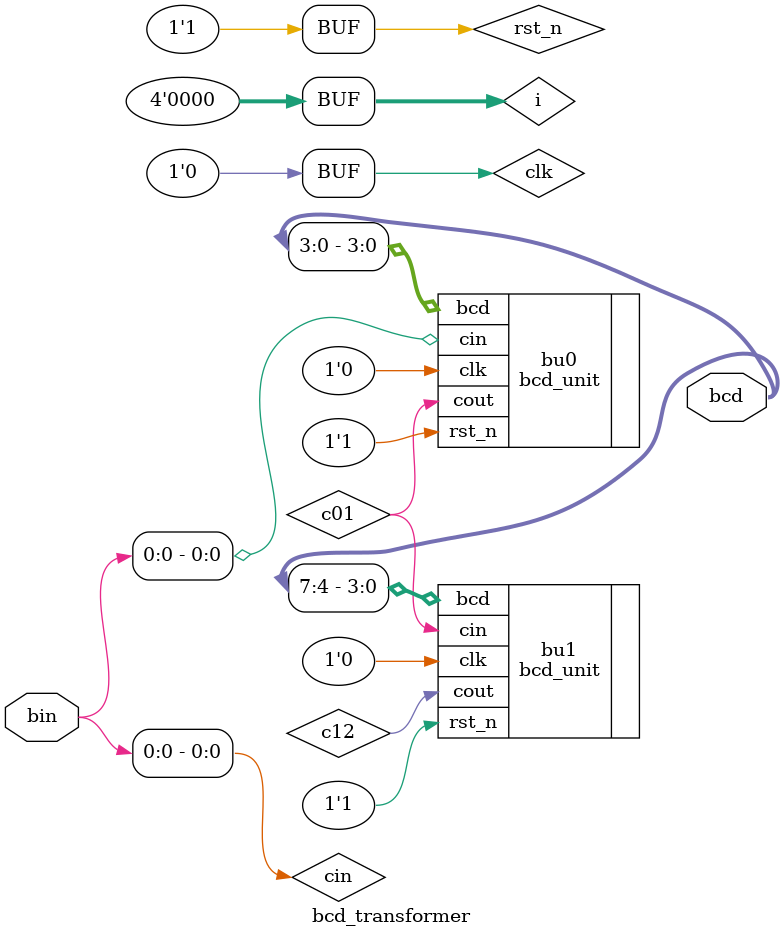
<source format=v>
`timescale 1 ns/ 1 ps
module bcd_transformer
#(
	parameter BIN_WIDTH = 6,
			  DEC_WIDTH = 2
)
(
//	input wire sys_clk,
	input wire [BIN_WIDTH-1:0] bin,
	output wire [(DEC_WIDTH<<2)-1:0] bcd
);

wire c01,c12;
reg cin;
reg rst_n;
reg clk;
reg[3:0] i;

bcd_unit bu0(
	.clk(clk),
	.rst_n(rst_n),
	.cin(cin),
	.cout(c01),
	.bcd(bcd[3:0])
);
bcd_unit bu1(
	.clk(clk),
	.rst_n(rst_n),
	.cin(c01),
	.cout(c12),
	.bcd(bcd[7:4])
);

always @(bin) begin
	rst_n = 0;
	#5 rst_n = 1;
	for(i = BIN_WIDTH; i >= 1; i = i - 1) begin
		#5 clk = 1;
		cin = bin[i-1];
		#5 clk = 0;
	end
end

endmodule
</source>
